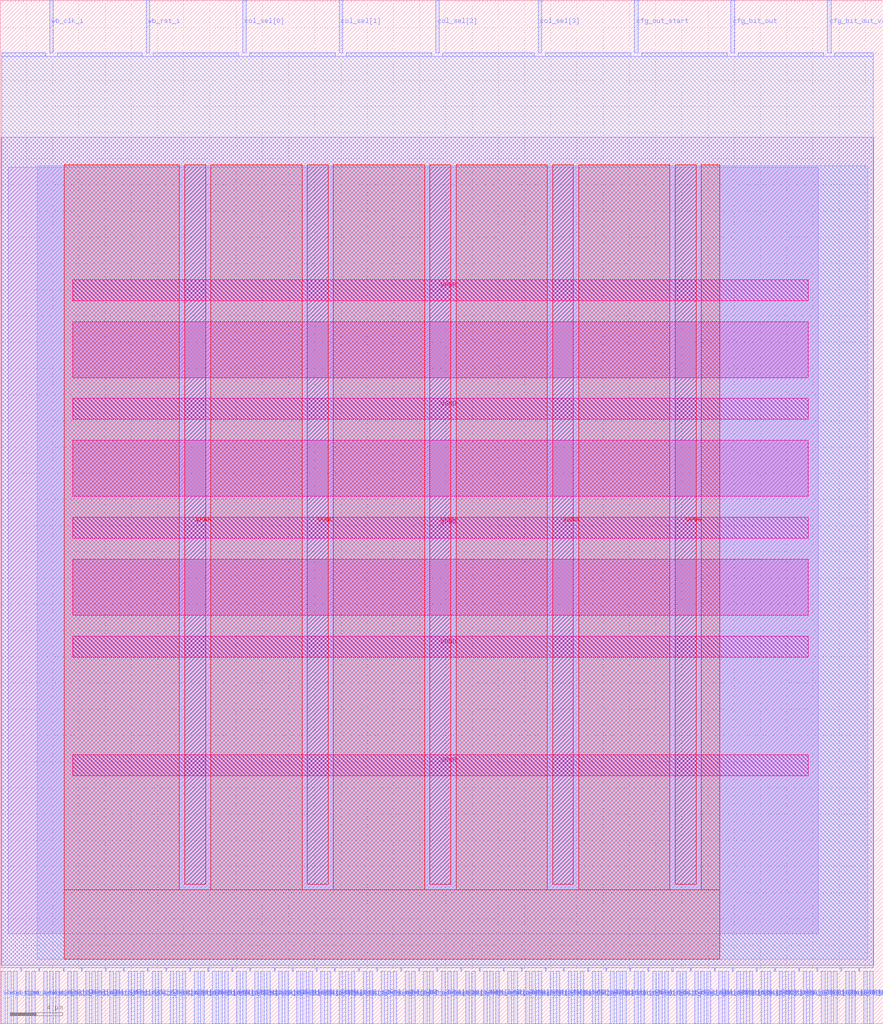
<source format=lef>
VERSION 5.7 ;
  NOWIREEXTENSIONATPIN ON ;
  DIVIDERCHAR "/" ;
  BUSBITCHARS "[]" ;
MACRO wb_config
  CLASS BLOCK ;
  FOREIGN wb_config ;
  ORIGIN 0.000 0.000 ;
  SIZE 67.370 BY 78.090 ;
  PIN cfg_bit_out
    DIRECTION OUTPUT TRISTATE ;
    USE SIGNAL ;
    PORT
      LAYER met2 ;
        RECT 55.750 74.090 56.030 78.090 ;
    END
  END cfg_bit_out
  PIN cfg_bit_out_valid
    DIRECTION OUTPUT TRISTATE ;
    USE SIGNAL ;
    PORT
      LAYER met2 ;
        RECT 63.110 74.090 63.390 78.090 ;
    END
  END cfg_bit_out_valid
  PIN cfg_out_start
    DIRECTION OUTPUT TRISTATE ;
    USE SIGNAL ;
    PORT
      LAYER met2 ;
        RECT 48.390 74.090 48.670 78.090 ;
    END
  END cfg_out_start
  PIN col_sel[0]
    DIRECTION OUTPUT TRISTATE ;
    USE SIGNAL ;
    PORT
      LAYER met2 ;
        RECT 18.490 74.090 18.770 78.090 ;
    END
  END col_sel[0]
  PIN col_sel[1]
    DIRECTION OUTPUT TRISTATE ;
    USE SIGNAL ;
    PORT
      LAYER met2 ;
        RECT 25.850 74.090 26.130 78.090 ;
    END
  END col_sel[1]
  PIN col_sel[2]
    DIRECTION OUTPUT TRISTATE ;
    USE SIGNAL ;
    PORT
      LAYER met2 ;
        RECT 33.210 74.090 33.490 78.090 ;
    END
  END col_sel[2]
  PIN col_sel[3]
    DIRECTION OUTPUT TRISTATE ;
    USE SIGNAL ;
    PORT
      LAYER met2 ;
        RECT 41.030 74.090 41.310 78.090 ;
    END
  END col_sel[3]
  PIN wb_clk_i
    DIRECTION INPUT ;
    USE SIGNAL ;
    PORT
      LAYER met2 ;
        RECT 3.770 74.090 4.050 78.090 ;
    END
  END wb_clk_i
  PIN wb_rst_i
    DIRECTION INPUT ;
    USE SIGNAL ;
    PORT
      LAYER met2 ;
        RECT 11.130 74.090 11.410 78.090 ;
    END
  END wb_rst_i
  PIN wbs_ack_o
    DIRECTION OUTPUT TRISTATE ;
    USE SIGNAL ;
    PORT
      LAYER met2 ;
        RECT 45.630 0.000 45.910 4.000 ;
    END
  END wbs_ack_o
  PIN wbs_adr_i[0]
    DIRECTION INPUT ;
    USE SIGNAL ;
    PORT
      LAYER met2 ;
        RECT 24.930 0.000 25.210 4.000 ;
    END
  END wbs_adr_i[0]
  PIN wbs_adr_i[10]
    DIRECTION INPUT ;
    USE SIGNAL ;
    PORT
      LAYER met2 ;
        RECT 31.370 0.000 31.650 4.000 ;
    END
  END wbs_adr_i[10]
  PIN wbs_adr_i[11]
    DIRECTION INPUT ;
    USE SIGNAL ;
    PORT
      LAYER met2 ;
        RECT 32.290 0.000 32.570 4.000 ;
    END
  END wbs_adr_i[11]
  PIN wbs_adr_i[12]
    DIRECTION INPUT ;
    USE SIGNAL ;
    PORT
      LAYER met2 ;
        RECT 32.750 0.000 33.030 4.000 ;
    END
  END wbs_adr_i[12]
  PIN wbs_adr_i[13]
    DIRECTION INPUT ;
    USE SIGNAL ;
    PORT
      LAYER met2 ;
        RECT 33.670 0.000 33.950 4.000 ;
    END
  END wbs_adr_i[13]
  PIN wbs_adr_i[14]
    DIRECTION INPUT ;
    USE SIGNAL ;
    PORT
      LAYER met2 ;
        RECT 34.130 0.000 34.410 4.000 ;
    END
  END wbs_adr_i[14]
  PIN wbs_adr_i[15]
    DIRECTION INPUT ;
    USE SIGNAL ;
    PORT
      LAYER met2 ;
        RECT 34.590 0.000 34.870 4.000 ;
    END
  END wbs_adr_i[15]
  PIN wbs_adr_i[16]
    DIRECTION INPUT ;
    USE SIGNAL ;
    PORT
      LAYER met2 ;
        RECT 35.510 0.000 35.790 4.000 ;
    END
  END wbs_adr_i[16]
  PIN wbs_adr_i[17]
    DIRECTION INPUT ;
    USE SIGNAL ;
    PORT
      LAYER met2 ;
        RECT 35.970 0.000 36.250 4.000 ;
    END
  END wbs_adr_i[17]
  PIN wbs_adr_i[18]
    DIRECTION INPUT ;
    USE SIGNAL ;
    PORT
      LAYER met2 ;
        RECT 36.890 0.000 37.170 4.000 ;
    END
  END wbs_adr_i[18]
  PIN wbs_adr_i[19]
    DIRECTION INPUT ;
    USE SIGNAL ;
    PORT
      LAYER met2 ;
        RECT 37.350 0.000 37.630 4.000 ;
    END
  END wbs_adr_i[19]
  PIN wbs_adr_i[1]
    DIRECTION INPUT ;
    USE SIGNAL ;
    PORT
      LAYER met2 ;
        RECT 25.850 0.000 26.130 4.000 ;
    END
  END wbs_adr_i[1]
  PIN wbs_adr_i[20]
    DIRECTION INPUT ;
    USE SIGNAL ;
    PORT
      LAYER met2 ;
        RECT 37.810 0.000 38.090 4.000 ;
    END
  END wbs_adr_i[20]
  PIN wbs_adr_i[21]
    DIRECTION INPUT ;
    USE SIGNAL ;
    PORT
      LAYER met2 ;
        RECT 38.730 0.000 39.010 4.000 ;
    END
  END wbs_adr_i[21]
  PIN wbs_adr_i[22]
    DIRECTION INPUT ;
    USE SIGNAL ;
    PORT
      LAYER met2 ;
        RECT 39.190 0.000 39.470 4.000 ;
    END
  END wbs_adr_i[22]
  PIN wbs_adr_i[23]
    DIRECTION INPUT ;
    USE SIGNAL ;
    PORT
      LAYER met2 ;
        RECT 40.110 0.000 40.390 4.000 ;
    END
  END wbs_adr_i[23]
  PIN wbs_adr_i[24]
    DIRECTION INPUT ;
    USE SIGNAL ;
    PORT
      LAYER met2 ;
        RECT 40.570 0.000 40.850 4.000 ;
    END
  END wbs_adr_i[24]
  PIN wbs_adr_i[25]
    DIRECTION INPUT ;
    USE SIGNAL ;
    PORT
      LAYER met2 ;
        RECT 41.030 0.000 41.310 4.000 ;
    END
  END wbs_adr_i[25]
  PIN wbs_adr_i[26]
    DIRECTION INPUT ;
    USE SIGNAL ;
    PORT
      LAYER met2 ;
        RECT 41.950 0.000 42.230 4.000 ;
    END
  END wbs_adr_i[26]
  PIN wbs_adr_i[27]
    DIRECTION INPUT ;
    USE SIGNAL ;
    PORT
      LAYER met2 ;
        RECT 42.410 0.000 42.690 4.000 ;
    END
  END wbs_adr_i[27]
  PIN wbs_adr_i[28]
    DIRECTION INPUT ;
    USE SIGNAL ;
    PORT
      LAYER met2 ;
        RECT 43.330 0.000 43.610 4.000 ;
    END
  END wbs_adr_i[28]
  PIN wbs_adr_i[29]
    DIRECTION INPUT ;
    USE SIGNAL ;
    PORT
      LAYER met2 ;
        RECT 43.790 0.000 44.070 4.000 ;
    END
  END wbs_adr_i[29]
  PIN wbs_adr_i[2]
    DIRECTION INPUT ;
    USE SIGNAL ;
    PORT
      LAYER met2 ;
        RECT 26.310 0.000 26.590 4.000 ;
    END
  END wbs_adr_i[2]
  PIN wbs_adr_i[30]
    DIRECTION INPUT ;
    USE SIGNAL ;
    PORT
      LAYER met2 ;
        RECT 44.250 0.000 44.530 4.000 ;
    END
  END wbs_adr_i[30]
  PIN wbs_adr_i[31]
    DIRECTION INPUT ;
    USE SIGNAL ;
    PORT
      LAYER met2 ;
        RECT 45.170 0.000 45.450 4.000 ;
    END
  END wbs_adr_i[31]
  PIN wbs_adr_i[3]
    DIRECTION INPUT ;
    USE SIGNAL ;
    PORT
      LAYER met2 ;
        RECT 26.770 0.000 27.050 4.000 ;
    END
  END wbs_adr_i[3]
  PIN wbs_adr_i[4]
    DIRECTION INPUT ;
    USE SIGNAL ;
    PORT
      LAYER met2 ;
        RECT 27.690 0.000 27.970 4.000 ;
    END
  END wbs_adr_i[4]
  PIN wbs_adr_i[5]
    DIRECTION INPUT ;
    USE SIGNAL ;
    PORT
      LAYER met2 ;
        RECT 28.150 0.000 28.430 4.000 ;
    END
  END wbs_adr_i[5]
  PIN wbs_adr_i[6]
    DIRECTION INPUT ;
    USE SIGNAL ;
    PORT
      LAYER met2 ;
        RECT 29.070 0.000 29.350 4.000 ;
    END
  END wbs_adr_i[6]
  PIN wbs_adr_i[7]
    DIRECTION INPUT ;
    USE SIGNAL ;
    PORT
      LAYER met2 ;
        RECT 29.530 0.000 29.810 4.000 ;
    END
  END wbs_adr_i[7]
  PIN wbs_adr_i[8]
    DIRECTION INPUT ;
    USE SIGNAL ;
    PORT
      LAYER met2 ;
        RECT 29.990 0.000 30.270 4.000 ;
    END
  END wbs_adr_i[8]
  PIN wbs_adr_i[9]
    DIRECTION INPUT ;
    USE SIGNAL ;
    PORT
      LAYER met2 ;
        RECT 30.910 0.000 31.190 4.000 ;
    END
  END wbs_adr_i[9]
  PIN wbs_cyc_i
    DIRECTION INPUT ;
    USE SIGNAL ;
    PORT
      LAYER met2 ;
        RECT 0.550 0.000 0.830 4.000 ;
    END
  END wbs_cyc_i
  PIN wbs_dat_i[0]
    DIRECTION INPUT ;
    USE SIGNAL ;
    PORT
      LAYER met2 ;
        RECT 4.230 0.000 4.510 4.000 ;
    END
  END wbs_dat_i[0]
  PIN wbs_dat_i[10]
    DIRECTION INPUT ;
    USE SIGNAL ;
    PORT
      LAYER met2 ;
        RECT 10.670 0.000 10.950 4.000 ;
    END
  END wbs_dat_i[10]
  PIN wbs_dat_i[11]
    DIRECTION INPUT ;
    USE SIGNAL ;
    PORT
      LAYER met2 ;
        RECT 11.590 0.000 11.870 4.000 ;
    END
  END wbs_dat_i[11]
  PIN wbs_dat_i[12]
    DIRECTION INPUT ;
    USE SIGNAL ;
    PORT
      LAYER met2 ;
        RECT 12.050 0.000 12.330 4.000 ;
    END
  END wbs_dat_i[12]
  PIN wbs_dat_i[13]
    DIRECTION INPUT ;
    USE SIGNAL ;
    PORT
      LAYER met2 ;
        RECT 12.970 0.000 13.250 4.000 ;
    END
  END wbs_dat_i[13]
  PIN wbs_dat_i[14]
    DIRECTION INPUT ;
    USE SIGNAL ;
    PORT
      LAYER met2 ;
        RECT 13.430 0.000 13.710 4.000 ;
    END
  END wbs_dat_i[14]
  PIN wbs_dat_i[15]
    DIRECTION INPUT ;
    USE SIGNAL ;
    PORT
      LAYER met2 ;
        RECT 13.890 0.000 14.170 4.000 ;
    END
  END wbs_dat_i[15]
  PIN wbs_dat_i[16]
    DIRECTION INPUT ;
    USE SIGNAL ;
    PORT
      LAYER met2 ;
        RECT 14.810 0.000 15.090 4.000 ;
    END
  END wbs_dat_i[16]
  PIN wbs_dat_i[17]
    DIRECTION INPUT ;
    USE SIGNAL ;
    PORT
      LAYER met2 ;
        RECT 15.270 0.000 15.550 4.000 ;
    END
  END wbs_dat_i[17]
  PIN wbs_dat_i[18]
    DIRECTION INPUT ;
    USE SIGNAL ;
    PORT
      LAYER met2 ;
        RECT 16.190 0.000 16.470 4.000 ;
    END
  END wbs_dat_i[18]
  PIN wbs_dat_i[19]
    DIRECTION INPUT ;
    USE SIGNAL ;
    PORT
      LAYER met2 ;
        RECT 16.650 0.000 16.930 4.000 ;
    END
  END wbs_dat_i[19]
  PIN wbs_dat_i[1]
    DIRECTION INPUT ;
    USE SIGNAL ;
    PORT
      LAYER met2 ;
        RECT 5.150 0.000 5.430 4.000 ;
    END
  END wbs_dat_i[1]
  PIN wbs_dat_i[20]
    DIRECTION INPUT ;
    USE SIGNAL ;
    PORT
      LAYER met2 ;
        RECT 17.110 0.000 17.390 4.000 ;
    END
  END wbs_dat_i[20]
  PIN wbs_dat_i[21]
    DIRECTION INPUT ;
    USE SIGNAL ;
    PORT
      LAYER met2 ;
        RECT 18.030 0.000 18.310 4.000 ;
    END
  END wbs_dat_i[21]
  PIN wbs_dat_i[22]
    DIRECTION INPUT ;
    USE SIGNAL ;
    PORT
      LAYER met2 ;
        RECT 18.490 0.000 18.770 4.000 ;
    END
  END wbs_dat_i[22]
  PIN wbs_dat_i[23]
    DIRECTION INPUT ;
    USE SIGNAL ;
    PORT
      LAYER met2 ;
        RECT 19.410 0.000 19.690 4.000 ;
    END
  END wbs_dat_i[23]
  PIN wbs_dat_i[24]
    DIRECTION INPUT ;
    USE SIGNAL ;
    PORT
      LAYER met2 ;
        RECT 19.870 0.000 20.150 4.000 ;
    END
  END wbs_dat_i[24]
  PIN wbs_dat_i[25]
    DIRECTION INPUT ;
    USE SIGNAL ;
    PORT
      LAYER met2 ;
        RECT 20.330 0.000 20.610 4.000 ;
    END
  END wbs_dat_i[25]
  PIN wbs_dat_i[26]
    DIRECTION INPUT ;
    USE SIGNAL ;
    PORT
      LAYER met2 ;
        RECT 21.250 0.000 21.530 4.000 ;
    END
  END wbs_dat_i[26]
  PIN wbs_dat_i[27]
    DIRECTION INPUT ;
    USE SIGNAL ;
    PORT
      LAYER met2 ;
        RECT 21.710 0.000 21.990 4.000 ;
    END
  END wbs_dat_i[27]
  PIN wbs_dat_i[28]
    DIRECTION INPUT ;
    USE SIGNAL ;
    PORT
      LAYER met2 ;
        RECT 22.630 0.000 22.910 4.000 ;
    END
  END wbs_dat_i[28]
  PIN wbs_dat_i[29]
    DIRECTION INPUT ;
    USE SIGNAL ;
    PORT
      LAYER met2 ;
        RECT 23.090 0.000 23.370 4.000 ;
    END
  END wbs_dat_i[29]
  PIN wbs_dat_i[2]
    DIRECTION INPUT ;
    USE SIGNAL ;
    PORT
      LAYER met2 ;
        RECT 5.610 0.000 5.890 4.000 ;
    END
  END wbs_dat_i[2]
  PIN wbs_dat_i[30]
    DIRECTION INPUT ;
    USE SIGNAL ;
    PORT
      LAYER met2 ;
        RECT 23.550 0.000 23.830 4.000 ;
    END
  END wbs_dat_i[30]
  PIN wbs_dat_i[31]
    DIRECTION INPUT ;
    USE SIGNAL ;
    PORT
      LAYER met2 ;
        RECT 24.470 0.000 24.750 4.000 ;
    END
  END wbs_dat_i[31]
  PIN wbs_dat_i[3]
    DIRECTION INPUT ;
    USE SIGNAL ;
    PORT
      LAYER met2 ;
        RECT 6.530 0.000 6.810 4.000 ;
    END
  END wbs_dat_i[3]
  PIN wbs_dat_i[4]
    DIRECTION INPUT ;
    USE SIGNAL ;
    PORT
      LAYER met2 ;
        RECT 6.990 0.000 7.270 4.000 ;
    END
  END wbs_dat_i[4]
  PIN wbs_dat_i[5]
    DIRECTION INPUT ;
    USE SIGNAL ;
    PORT
      LAYER met2 ;
        RECT 7.450 0.000 7.730 4.000 ;
    END
  END wbs_dat_i[5]
  PIN wbs_dat_i[6]
    DIRECTION INPUT ;
    USE SIGNAL ;
    PORT
      LAYER met2 ;
        RECT 8.370 0.000 8.650 4.000 ;
    END
  END wbs_dat_i[6]
  PIN wbs_dat_i[7]
    DIRECTION INPUT ;
    USE SIGNAL ;
    PORT
      LAYER met2 ;
        RECT 8.830 0.000 9.110 4.000 ;
    END
  END wbs_dat_i[7]
  PIN wbs_dat_i[8]
    DIRECTION INPUT ;
    USE SIGNAL ;
    PORT
      LAYER met2 ;
        RECT 9.750 0.000 10.030 4.000 ;
    END
  END wbs_dat_i[8]
  PIN wbs_dat_i[9]
    DIRECTION INPUT ;
    USE SIGNAL ;
    PORT
      LAYER met2 ;
        RECT 10.210 0.000 10.490 4.000 ;
    END
  END wbs_dat_i[9]
  PIN wbs_dat_o[0]
    DIRECTION OUTPUT TRISTATE ;
    USE SIGNAL ;
    PORT
      LAYER met2 ;
        RECT 46.550 0.000 46.830 4.000 ;
    END
  END wbs_dat_o[0]
  PIN wbs_dat_o[10]
    DIRECTION OUTPUT TRISTATE ;
    USE SIGNAL ;
    PORT
      LAYER met2 ;
        RECT 52.990 0.000 53.270 4.000 ;
    END
  END wbs_dat_o[10]
  PIN wbs_dat_o[11]
    DIRECTION OUTPUT TRISTATE ;
    USE SIGNAL ;
    PORT
      LAYER met2 ;
        RECT 53.450 0.000 53.730 4.000 ;
    END
  END wbs_dat_o[11]
  PIN wbs_dat_o[12]
    DIRECTION OUTPUT TRISTATE ;
    USE SIGNAL ;
    PORT
      LAYER met2 ;
        RECT 53.910 0.000 54.190 4.000 ;
    END
  END wbs_dat_o[12]
  PIN wbs_dat_o[13]
    DIRECTION OUTPUT TRISTATE ;
    USE SIGNAL ;
    PORT
      LAYER met2 ;
        RECT 54.830 0.000 55.110 4.000 ;
    END
  END wbs_dat_o[13]
  PIN wbs_dat_o[14]
    DIRECTION OUTPUT TRISTATE ;
    USE SIGNAL ;
    PORT
      LAYER met2 ;
        RECT 55.290 0.000 55.570 4.000 ;
    END
  END wbs_dat_o[14]
  PIN wbs_dat_o[15]
    DIRECTION OUTPUT TRISTATE ;
    USE SIGNAL ;
    PORT
      LAYER met2 ;
        RECT 56.210 0.000 56.490 4.000 ;
    END
  END wbs_dat_o[15]
  PIN wbs_dat_o[16]
    DIRECTION OUTPUT TRISTATE ;
    USE SIGNAL ;
    PORT
      LAYER met2 ;
        RECT 56.670 0.000 56.950 4.000 ;
    END
  END wbs_dat_o[16]
  PIN wbs_dat_o[17]
    DIRECTION OUTPUT TRISTATE ;
    USE SIGNAL ;
    PORT
      LAYER met2 ;
        RECT 57.130 0.000 57.410 4.000 ;
    END
  END wbs_dat_o[17]
  PIN wbs_dat_o[18]
    DIRECTION OUTPUT TRISTATE ;
    USE SIGNAL ;
    PORT
      LAYER met2 ;
        RECT 58.050 0.000 58.330 4.000 ;
    END
  END wbs_dat_o[18]
  PIN wbs_dat_o[19]
    DIRECTION OUTPUT TRISTATE ;
    USE SIGNAL ;
    PORT
      LAYER met2 ;
        RECT 58.510 0.000 58.790 4.000 ;
    END
  END wbs_dat_o[19]
  PIN wbs_dat_o[1]
    DIRECTION OUTPUT TRISTATE ;
    USE SIGNAL ;
    PORT
      LAYER met2 ;
        RECT 47.010 0.000 47.290 4.000 ;
    END
  END wbs_dat_o[1]
  PIN wbs_dat_o[20]
    DIRECTION OUTPUT TRISTATE ;
    USE SIGNAL ;
    PORT
      LAYER met2 ;
        RECT 59.430 0.000 59.710 4.000 ;
    END
  END wbs_dat_o[20]
  PIN wbs_dat_o[21]
    DIRECTION OUTPUT TRISTATE ;
    USE SIGNAL ;
    PORT
      LAYER met2 ;
        RECT 59.890 0.000 60.170 4.000 ;
    END
  END wbs_dat_o[21]
  PIN wbs_dat_o[22]
    DIRECTION OUTPUT TRISTATE ;
    USE SIGNAL ;
    PORT
      LAYER met2 ;
        RECT 60.350 0.000 60.630 4.000 ;
    END
  END wbs_dat_o[22]
  PIN wbs_dat_o[23]
    DIRECTION OUTPUT TRISTATE ;
    USE SIGNAL ;
    PORT
      LAYER met2 ;
        RECT 61.270 0.000 61.550 4.000 ;
    END
  END wbs_dat_o[23]
  PIN wbs_dat_o[24]
    DIRECTION OUTPUT TRISTATE ;
    USE SIGNAL ;
    PORT
      LAYER met2 ;
        RECT 61.730 0.000 62.010 4.000 ;
    END
  END wbs_dat_o[24]
  PIN wbs_dat_o[25]
    DIRECTION OUTPUT TRISTATE ;
    USE SIGNAL ;
    PORT
      LAYER met2 ;
        RECT 62.650 0.000 62.930 4.000 ;
    END
  END wbs_dat_o[25]
  PIN wbs_dat_o[26]
    DIRECTION OUTPUT TRISTATE ;
    USE SIGNAL ;
    PORT
      LAYER met2 ;
        RECT 63.110 0.000 63.390 4.000 ;
    END
  END wbs_dat_o[26]
  PIN wbs_dat_o[27]
    DIRECTION OUTPUT TRISTATE ;
    USE SIGNAL ;
    PORT
      LAYER met2 ;
        RECT 63.570 0.000 63.850 4.000 ;
    END
  END wbs_dat_o[27]
  PIN wbs_dat_o[28]
    DIRECTION OUTPUT TRISTATE ;
    USE SIGNAL ;
    PORT
      LAYER met2 ;
        RECT 64.490 0.000 64.770 4.000 ;
    END
  END wbs_dat_o[28]
  PIN wbs_dat_o[29]
    DIRECTION OUTPUT TRISTATE ;
    USE SIGNAL ;
    PORT
      LAYER met2 ;
        RECT 64.950 0.000 65.230 4.000 ;
    END
  END wbs_dat_o[29]
  PIN wbs_dat_o[2]
    DIRECTION OUTPUT TRISTATE ;
    USE SIGNAL ;
    PORT
      LAYER met2 ;
        RECT 47.470 0.000 47.750 4.000 ;
    END
  END wbs_dat_o[2]
  PIN wbs_dat_o[30]
    DIRECTION OUTPUT TRISTATE ;
    USE SIGNAL ;
    PORT
      LAYER met2 ;
        RECT 65.870 0.000 66.150 4.000 ;
    END
  END wbs_dat_o[30]
  PIN wbs_dat_o[31]
    DIRECTION OUTPUT TRISTATE ;
    USE SIGNAL ;
    PORT
      LAYER met2 ;
        RECT 66.330 0.000 66.610 4.000 ;
    END
  END wbs_dat_o[31]
  PIN wbs_dat_o[3]
    DIRECTION OUTPUT TRISTATE ;
    USE SIGNAL ;
    PORT
      LAYER met2 ;
        RECT 48.390 0.000 48.670 4.000 ;
    END
  END wbs_dat_o[3]
  PIN wbs_dat_o[4]
    DIRECTION OUTPUT TRISTATE ;
    USE SIGNAL ;
    PORT
      LAYER met2 ;
        RECT 48.850 0.000 49.130 4.000 ;
    END
  END wbs_dat_o[4]
  PIN wbs_dat_o[5]
    DIRECTION OUTPUT TRISTATE ;
    USE SIGNAL ;
    PORT
      LAYER met2 ;
        RECT 49.770 0.000 50.050 4.000 ;
    END
  END wbs_dat_o[5]
  PIN wbs_dat_o[6]
    DIRECTION OUTPUT TRISTATE ;
    USE SIGNAL ;
    PORT
      LAYER met2 ;
        RECT 50.230 0.000 50.510 4.000 ;
    END
  END wbs_dat_o[6]
  PIN wbs_dat_o[7]
    DIRECTION OUTPUT TRISTATE ;
    USE SIGNAL ;
    PORT
      LAYER met2 ;
        RECT 50.690 0.000 50.970 4.000 ;
    END
  END wbs_dat_o[7]
  PIN wbs_dat_o[8]
    DIRECTION OUTPUT TRISTATE ;
    USE SIGNAL ;
    PORT
      LAYER met2 ;
        RECT 51.610 0.000 51.890 4.000 ;
    END
  END wbs_dat_o[8]
  PIN wbs_dat_o[9]
    DIRECTION OUTPUT TRISTATE ;
    USE SIGNAL ;
    PORT
      LAYER met2 ;
        RECT 52.070 0.000 52.350 4.000 ;
    END
  END wbs_dat_o[9]
  PIN wbs_sel_i[0]
    DIRECTION INPUT ;
    USE SIGNAL ;
    PORT
      LAYER met2 ;
        RECT 1.930 0.000 2.210 4.000 ;
    END
  END wbs_sel_i[0]
  PIN wbs_sel_i[1]
    DIRECTION INPUT ;
    USE SIGNAL ;
    PORT
      LAYER met2 ;
        RECT 2.390 0.000 2.670 4.000 ;
    END
  END wbs_sel_i[1]
  PIN wbs_sel_i[2]
    DIRECTION INPUT ;
    USE SIGNAL ;
    PORT
      LAYER met2 ;
        RECT 3.310 0.000 3.590 4.000 ;
    END
  END wbs_sel_i[2]
  PIN wbs_sel_i[3]
    DIRECTION INPUT ;
    USE SIGNAL ;
    PORT
      LAYER met2 ;
        RECT 3.770 0.000 4.050 4.000 ;
    END
  END wbs_sel_i[3]
  PIN wbs_stb_i
    DIRECTION INPUT ;
    USE SIGNAL ;
    PORT
      LAYER met2 ;
        RECT 0.090 0.000 0.370 4.000 ;
    END
  END wbs_stb_i
  PIN wbs_we_i
    DIRECTION INPUT ;
    USE SIGNAL ;
    PORT
      LAYER met2 ;
        RECT 1.010 0.000 1.290 4.000 ;
    END
  END wbs_we_i
  PIN VPWR
    DIRECTION INOUT ;
    USE POWER ;
    PORT
      LAYER met4 ;
        RECT 51.485 10.640 53.085 65.520 ;
    END
  END VPWR
  PIN VPWR
    DIRECTION INOUT ;
    USE POWER ;
    PORT
      LAYER met4 ;
        RECT 32.780 10.640 34.380 65.520 ;
    END
  END VPWR
  PIN VPWR
    DIRECTION INOUT ;
    USE POWER ;
    PORT
      LAYER met4 ;
        RECT 14.075 10.640 15.675 65.520 ;
    END
  END VPWR
  PIN VPWR
    DIRECTION INOUT ;
    USE POWER ;
    PORT
      LAYER met5 ;
        RECT 5.520 55.175 61.640 56.775 ;
    END
  END VPWR
  PIN VPWR
    DIRECTION INOUT ;
    USE POWER ;
    PORT
      LAYER met5 ;
        RECT 5.520 37.040 61.640 38.640 ;
    END
  END VPWR
  PIN VPWR
    DIRECTION INOUT ;
    USE POWER ;
    PORT
      LAYER met5 ;
        RECT 5.520 18.905 61.640 20.505 ;
    END
  END VPWR
  PIN VGND
    DIRECTION INOUT ;
    USE GROUND ;
    PORT
      LAYER met4 ;
        RECT 42.135 10.640 43.735 65.520 ;
    END
  END VGND
  PIN VGND
    DIRECTION INOUT ;
    USE GROUND ;
    PORT
      LAYER met4 ;
        RECT 23.425 10.640 25.025 65.520 ;
    END
  END VGND
  PIN VGND
    DIRECTION INOUT ;
    USE GROUND ;
    PORT
      LAYER met5 ;
        RECT 5.520 46.105 61.640 47.705 ;
    END
  END VGND
  PIN VGND
    DIRECTION INOUT ;
    USE GROUND ;
    PORT
      LAYER met5 ;
        RECT 5.520 27.975 61.640 29.575 ;
    END
  END VGND
  OBS
      LAYER li1 ;
        RECT 0.605 6.885 62.415 65.365 ;
      LAYER met1 ;
        RECT 0.070 4.460 66.630 67.620 ;
      LAYER met2 ;
        RECT 0.100 73.810 3.490 74.090 ;
        RECT 4.330 73.810 10.850 74.090 ;
        RECT 11.690 73.810 18.210 74.090 ;
        RECT 19.050 73.810 25.570 74.090 ;
        RECT 26.410 73.810 32.930 74.090 ;
        RECT 33.770 73.810 40.750 74.090 ;
        RECT 41.590 73.810 48.110 74.090 ;
        RECT 48.950 73.810 55.470 74.090 ;
        RECT 56.310 73.810 62.830 74.090 ;
        RECT 63.670 73.810 66.600 74.090 ;
        RECT 0.100 4.280 66.600 73.810 ;
        RECT 1.570 4.000 1.650 4.280 ;
        RECT 2.950 4.000 3.030 4.280 ;
        RECT 4.790 4.000 4.870 4.280 ;
        RECT 6.170 4.000 6.250 4.280 ;
        RECT 8.010 4.000 8.090 4.280 ;
        RECT 9.390 4.000 9.470 4.280 ;
        RECT 11.230 4.000 11.310 4.280 ;
        RECT 12.610 4.000 12.690 4.280 ;
        RECT 14.450 4.000 14.530 4.280 ;
        RECT 15.830 4.000 15.910 4.280 ;
        RECT 17.670 4.000 17.750 4.280 ;
        RECT 19.050 4.000 19.130 4.280 ;
        RECT 20.890 4.000 20.970 4.280 ;
        RECT 22.270 4.000 22.350 4.280 ;
        RECT 24.110 4.000 24.190 4.280 ;
        RECT 25.490 4.000 25.570 4.280 ;
        RECT 27.330 4.000 27.410 4.280 ;
        RECT 28.710 4.000 28.790 4.280 ;
        RECT 30.550 4.000 30.630 4.280 ;
        RECT 31.930 4.000 32.010 4.280 ;
        RECT 33.310 4.000 33.390 4.280 ;
        RECT 35.150 4.000 35.230 4.280 ;
        RECT 36.530 4.000 36.610 4.280 ;
        RECT 38.370 4.000 38.450 4.280 ;
        RECT 39.750 4.000 39.830 4.280 ;
        RECT 41.590 4.000 41.670 4.280 ;
        RECT 42.970 4.000 43.050 4.280 ;
        RECT 44.810 4.000 44.890 4.280 ;
        RECT 46.190 4.000 46.270 4.280 ;
        RECT 48.030 4.000 48.110 4.280 ;
        RECT 49.410 4.000 49.490 4.280 ;
        RECT 51.250 4.000 51.330 4.280 ;
        RECT 52.630 4.000 52.710 4.280 ;
        RECT 54.470 4.000 54.550 4.280 ;
        RECT 55.850 4.000 55.930 4.280 ;
        RECT 57.690 4.000 57.770 4.280 ;
        RECT 59.070 4.000 59.150 4.280 ;
        RECT 60.910 4.000 60.990 4.280 ;
        RECT 62.290 4.000 62.370 4.280 ;
        RECT 64.130 4.000 64.210 4.280 ;
        RECT 65.510 4.000 65.590 4.280 ;
      LAYER met3 ;
        RECT 2.825 4.935 66.175 65.445 ;
      LAYER met4 ;
        RECT 4.895 10.240 13.675 65.520 ;
        RECT 16.075 10.240 23.025 65.520 ;
        RECT 25.425 10.240 32.380 65.520 ;
        RECT 34.780 10.240 41.735 65.520 ;
        RECT 44.135 10.240 51.085 65.520 ;
        RECT 53.485 10.240 54.905 65.520 ;
        RECT 4.895 4.935 54.905 10.240 ;
      LAYER met5 ;
        RECT 5.520 49.305 61.640 53.575 ;
        RECT 5.520 40.240 61.640 44.505 ;
        RECT 5.520 31.175 61.640 35.440 ;
  END
END wb_config
END LIBRARY


</source>
